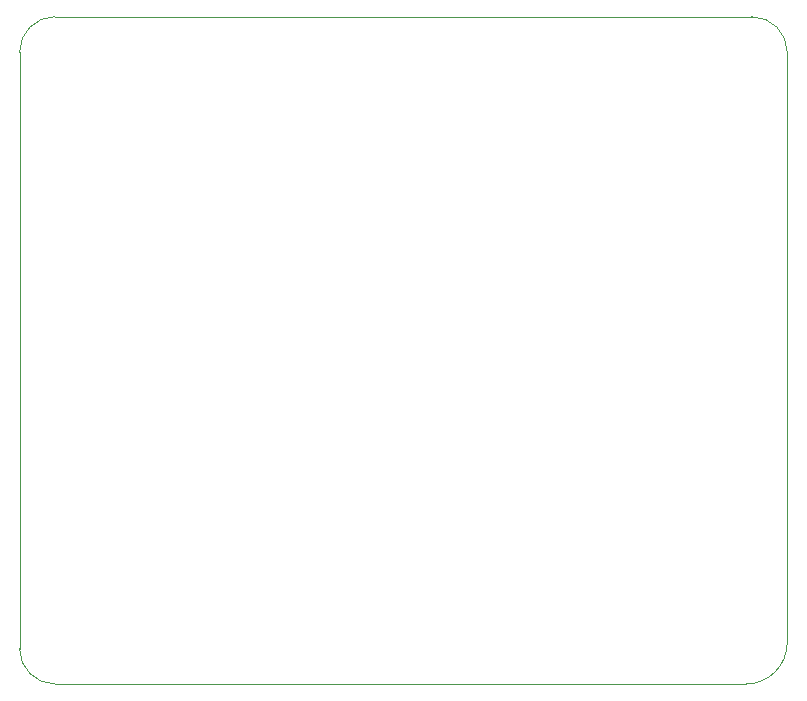
<source format=gbr>
%TF.GenerationSoftware,KiCad,Pcbnew,5.1.6-c6e7f7d~87~ubuntu18.04.1*%
%TF.CreationDate,2022-03-05T00:23:36+01:00*%
%TF.ProjectId,door_if2,646f6f72-5f69-4663-922e-6b696361645f,rev?*%
%TF.SameCoordinates,Original*%
%TF.FileFunction,Profile,NP*%
%FSLAX46Y46*%
G04 Gerber Fmt 4.6, Leading zero omitted, Abs format (unit mm)*
G04 Created by KiCad (PCBNEW 5.1.6-c6e7f7d~87~ubuntu18.04.1) date 2022-03-05 00:23:36*
%MOMM*%
%LPD*%
G01*
G04 APERTURE LIST*
%TA.AperFunction,Profile*%
%ADD10C,0.050000*%
%TD*%
G04 APERTURE END LIST*
D10*
X145000000Y-116000000D02*
G75*
G02*
X141500000Y-119500000I-3500000J0D01*
G01*
X83000000Y-119500000D02*
G75*
G02*
X80000000Y-116500000I0J3000000D01*
G01*
X141500000Y-119500000D02*
X83000000Y-119500000D01*
X142000000Y-63000000D02*
G75*
G02*
X145000000Y-66000000I0J-3000000D01*
G01*
X80000000Y-66000000D02*
G75*
G02*
X83000000Y-63000000I3000000J0D01*
G01*
X80000000Y-116500000D02*
X80000000Y-66000000D01*
X145000000Y-66000000D02*
X145000000Y-116000000D01*
X83000000Y-63000000D02*
X142000000Y-63000000D01*
M02*

</source>
